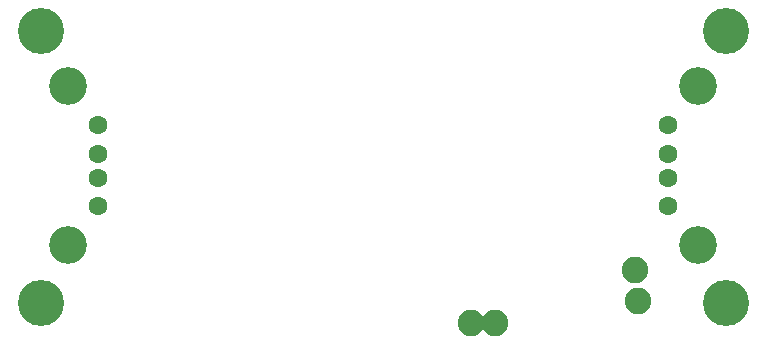
<source format=gbr>
G04 #@! TF.FileFunction,Soldermask,Bot*
%FSLAX46Y46*%
G04 Gerber Fmt 4.6, Leading zero omitted, Abs format (unit mm)*
G04 Created by KiCad (PCBNEW 4.0.5+dfsg1-4) date Sat Aug 11 18:46:33 2018*
%MOMM*%
%LPD*%
G01*
G04 APERTURE LIST*
%ADD10C,0.100000*%
%ADD11C,3.900000*%
%ADD12C,1.600000*%
%ADD13C,3.200000*%
%ADD14C,2.250000*%
G04 APERTURE END LIST*
D10*
D11*
X124700000Y-85100000D03*
X124700000Y-108100000D03*
X182700000Y-108100000D03*
X182700000Y-85100000D03*
D12*
X177800000Y-99949000D03*
X177800000Y-97536000D03*
X177800000Y-95504000D03*
X177800000Y-93091000D03*
D13*
X180340000Y-89789000D03*
X180340000Y-103251000D03*
D12*
X129540000Y-93091000D03*
X129540000Y-95504000D03*
X129540000Y-97536000D03*
X129540000Y-99949000D03*
D13*
X127000000Y-103251000D03*
X127000000Y-89789000D03*
D14*
X175260000Y-107950000D03*
X174942500Y-105346500D03*
X163131500Y-109791500D03*
X161099500Y-109791500D03*
M02*

</source>
